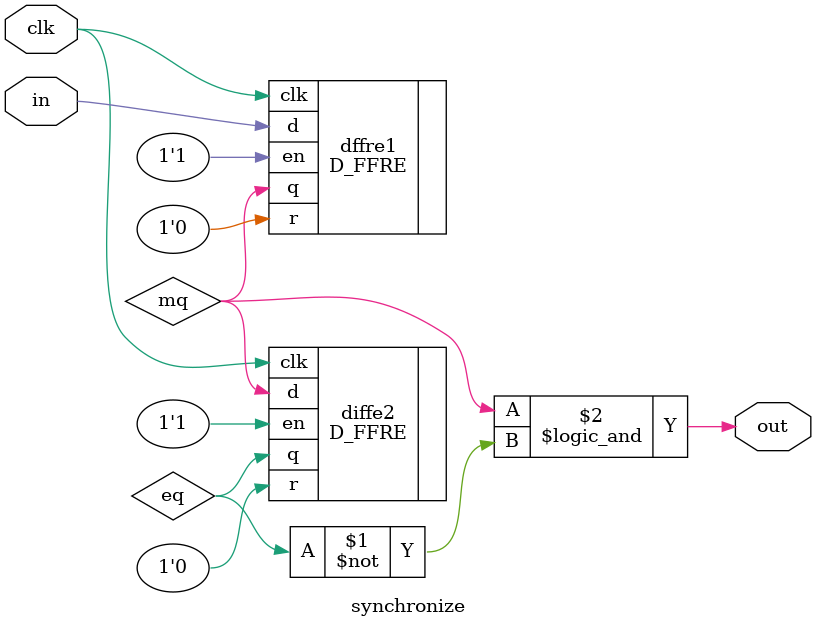
<source format=v>

module synchronize(clk,in,out);
	input clk,in;
	output out;
	wire mq, eq;
	
	//D flip flop
	D_FFRE #(.width(1)) dffre1(.clk(clk),
			               .r(1'b0),
						   .en(1'b1),
			               .d(in),
			               .q(mq)
				           );
	
	D_FFRE #(.width(1)) diffe2(.clk(clk),
				           .r(1'b0),
					       .en(1'b1),
				           .d(mq),
				           .q(eq)
				           );
	assign out = (mq && (~eq));
endmodule


</source>
